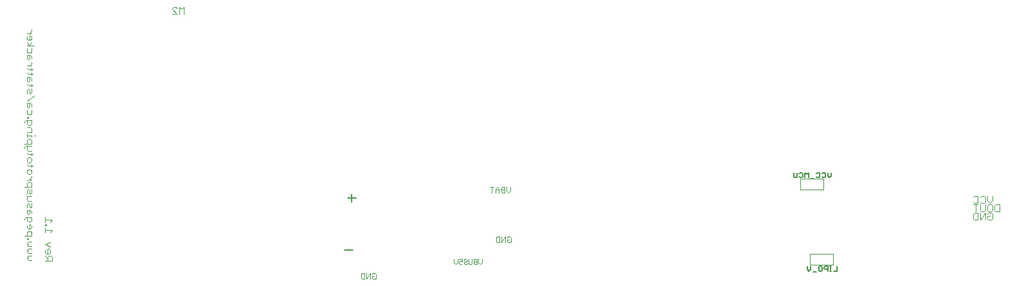
<source format=gbr>
G04 EAGLE Gerber RS-274X export*
G75*
%MOMM*%
%FSLAX34Y34*%
%LPD*%
%INSilkscreen Bottom*%
%IPPOS*%
%AMOC8*
5,1,8,0,0,1.08239X$1,22.5*%
G01*
%ADD10C,0.152400*%
%ADD11C,0.076200*%
%ADD12C,0.050800*%
%ADD13C,0.100000*%


D10*
X264718Y-246973D02*
X253871Y-246973D01*
X259295Y-241550D02*
X259295Y-252396D01*
D11*
X-162455Y-329083D02*
X-167078Y-329083D01*
X-168619Y-327543D01*
X-167078Y-326002D01*
X-168619Y-324461D01*
X-167078Y-322920D01*
X-162455Y-322920D01*
X-162455Y-319876D02*
X-167078Y-319876D01*
X-168619Y-318335D01*
X-167078Y-316794D01*
X-168619Y-315253D01*
X-167078Y-313712D01*
X-162455Y-313712D01*
X-162455Y-310668D02*
X-167078Y-310668D01*
X-168619Y-309127D01*
X-167078Y-307586D01*
X-168619Y-306045D01*
X-167078Y-304504D01*
X-162455Y-304504D01*
X-167078Y-301460D02*
X-168619Y-301460D01*
X-167078Y-301460D02*
X-167078Y-299919D01*
X-168619Y-299919D01*
X-168619Y-301460D01*
X-171701Y-296856D02*
X-162455Y-296856D01*
X-162455Y-292233D01*
X-163996Y-290692D01*
X-167078Y-290692D01*
X-168619Y-292233D01*
X-168619Y-296856D01*
X-168619Y-286107D02*
X-168619Y-283025D01*
X-168619Y-286107D02*
X-167078Y-287648D01*
X-163996Y-287648D01*
X-162455Y-286107D01*
X-162455Y-283025D01*
X-163996Y-281484D01*
X-165537Y-281484D01*
X-165537Y-287648D01*
X-171701Y-275358D02*
X-171701Y-273817D01*
X-170160Y-272276D01*
X-162455Y-272276D01*
X-162455Y-276899D01*
X-163996Y-278440D01*
X-167078Y-278440D01*
X-168619Y-276899D01*
X-168619Y-272276D01*
X-162455Y-267692D02*
X-162455Y-264610D01*
X-163996Y-263069D01*
X-168619Y-263069D01*
X-168619Y-267692D01*
X-167078Y-269233D01*
X-165537Y-267692D01*
X-165537Y-263069D01*
X-168619Y-260025D02*
X-168619Y-255402D01*
X-167078Y-253861D01*
X-165537Y-255402D01*
X-165537Y-258484D01*
X-163996Y-260025D01*
X-162455Y-258484D01*
X-162455Y-253861D01*
X-162455Y-250817D02*
X-167078Y-250817D01*
X-168619Y-249276D01*
X-168619Y-244653D01*
X-162455Y-244653D01*
X-168619Y-241609D02*
X-168619Y-236986D01*
X-167078Y-235445D01*
X-165537Y-236986D01*
X-165537Y-240068D01*
X-163996Y-241609D01*
X-162455Y-240068D01*
X-162455Y-235445D01*
X-162455Y-232401D02*
X-171701Y-232401D01*
X-162455Y-232401D02*
X-162455Y-227778D01*
X-163996Y-226237D01*
X-167078Y-226237D01*
X-168619Y-227778D01*
X-168619Y-232401D01*
X-168619Y-223193D02*
X-162455Y-223193D01*
X-165537Y-223193D02*
X-162455Y-220111D01*
X-162455Y-218570D01*
X-168619Y-213979D02*
X-168619Y-210897D01*
X-167078Y-209356D01*
X-163996Y-209356D01*
X-162455Y-210897D01*
X-162455Y-213979D01*
X-163996Y-215520D01*
X-167078Y-215520D01*
X-168619Y-213979D01*
X-167078Y-204771D02*
X-160914Y-204771D01*
X-167078Y-204771D02*
X-168619Y-203230D01*
X-162455Y-203230D02*
X-162455Y-206312D01*
X-168619Y-198633D02*
X-168619Y-195551D01*
X-167078Y-194010D01*
X-163996Y-194010D01*
X-162455Y-195551D01*
X-162455Y-198633D01*
X-163996Y-200174D01*
X-167078Y-200174D01*
X-168619Y-198633D01*
X-167078Y-189425D02*
X-160914Y-189425D01*
X-167078Y-189425D02*
X-168619Y-187884D01*
X-162455Y-187884D02*
X-162455Y-190966D01*
X-162455Y-184827D02*
X-167078Y-184827D01*
X-168619Y-183286D01*
X-168619Y-178663D01*
X-170160Y-178663D02*
X-162455Y-178663D01*
X-170160Y-178663D02*
X-171701Y-180204D01*
X-171701Y-181745D01*
X-171701Y-175619D02*
X-162455Y-175619D01*
X-162455Y-170996D01*
X-163996Y-169456D01*
X-167078Y-169456D01*
X-168619Y-170996D01*
X-168619Y-175619D01*
X-162455Y-166412D02*
X-162455Y-164871D01*
X-168619Y-164871D01*
X-168619Y-166412D02*
X-168619Y-163330D01*
X-159373Y-164871D02*
X-157832Y-164871D01*
X-162455Y-160273D02*
X-168619Y-160273D01*
X-162455Y-160273D02*
X-162455Y-155650D01*
X-163996Y-154109D01*
X-168619Y-154109D01*
X-171701Y-147983D02*
X-171701Y-146442D01*
X-170160Y-144901D01*
X-162455Y-144901D01*
X-162455Y-149524D01*
X-163996Y-151065D01*
X-167078Y-151065D01*
X-168619Y-149524D01*
X-168619Y-144901D01*
X-168619Y-141857D02*
X-167078Y-141857D01*
X-167078Y-140316D01*
X-168619Y-140316D01*
X-168619Y-141857D01*
X-162455Y-135712D02*
X-162455Y-131090D01*
X-162455Y-135712D02*
X-163996Y-137253D01*
X-167078Y-137253D01*
X-168619Y-135712D01*
X-168619Y-131090D01*
X-162455Y-126505D02*
X-162455Y-123423D01*
X-163996Y-121882D01*
X-168619Y-121882D01*
X-168619Y-126505D01*
X-167078Y-128046D01*
X-165537Y-126505D01*
X-165537Y-121882D01*
X-168619Y-118838D02*
X-159373Y-112674D01*
X-168619Y-109630D02*
X-168619Y-105007D01*
X-167078Y-103466D01*
X-165537Y-105007D01*
X-165537Y-108089D01*
X-163996Y-109630D01*
X-162455Y-108089D01*
X-162455Y-103466D01*
X-160914Y-98881D02*
X-167078Y-98881D01*
X-168619Y-97340D01*
X-162455Y-97340D02*
X-162455Y-100422D01*
X-162455Y-92743D02*
X-162455Y-89661D01*
X-163996Y-88120D01*
X-168619Y-88120D01*
X-168619Y-92743D01*
X-167078Y-94283D01*
X-165537Y-92743D01*
X-165537Y-88120D01*
X-167078Y-83535D02*
X-160914Y-83535D01*
X-167078Y-83535D02*
X-168619Y-81994D01*
X-162455Y-81994D02*
X-162455Y-85076D01*
X-160914Y-77396D02*
X-167078Y-77396D01*
X-168619Y-75855D01*
X-162455Y-75855D02*
X-162455Y-78937D01*
X-162455Y-72799D02*
X-168619Y-72799D01*
X-165537Y-72799D02*
X-162455Y-69717D01*
X-162455Y-68176D01*
X-162455Y-63584D02*
X-162455Y-60502D01*
X-163996Y-58961D01*
X-168619Y-58961D01*
X-168619Y-63584D01*
X-167078Y-65125D01*
X-165537Y-63584D01*
X-165537Y-58961D01*
X-162455Y-54376D02*
X-162455Y-49754D01*
X-162455Y-54376D02*
X-163996Y-55917D01*
X-167078Y-55917D01*
X-168619Y-54376D01*
X-168619Y-49754D01*
X-168619Y-46710D02*
X-159373Y-46710D01*
X-165537Y-46710D02*
X-168619Y-42087D01*
X-165537Y-46710D02*
X-162455Y-42087D01*
X-168619Y-37495D02*
X-168619Y-34413D01*
X-168619Y-37495D02*
X-167078Y-39036D01*
X-163996Y-39036D01*
X-162455Y-37495D01*
X-162455Y-34413D01*
X-163996Y-32872D01*
X-165537Y-32872D01*
X-165537Y-39036D01*
X-168619Y-29829D02*
X-162455Y-29829D01*
X-165537Y-29829D02*
X-162455Y-26747D01*
X-162455Y-25206D01*
X-144619Y-329619D02*
X-135373Y-329619D01*
X-135373Y-324996D01*
X-136914Y-323455D01*
X-139996Y-323455D01*
X-141537Y-324996D01*
X-141537Y-329619D01*
X-141537Y-326537D02*
X-144619Y-323455D01*
X-144619Y-318870D02*
X-144619Y-315788D01*
X-144619Y-318870D02*
X-143078Y-320411D01*
X-139996Y-320411D01*
X-138455Y-318870D01*
X-138455Y-315788D01*
X-139996Y-314247D01*
X-141537Y-314247D01*
X-141537Y-320411D01*
X-138455Y-311203D02*
X-144619Y-308121D01*
X-138455Y-305039D01*
X-138455Y-292788D02*
X-135373Y-289706D01*
X-144619Y-289706D01*
X-144619Y-292788D02*
X-144619Y-286624D01*
X-144619Y-283580D02*
X-143078Y-283580D01*
X-143078Y-282039D01*
X-144619Y-282039D01*
X-144619Y-283580D01*
X-138455Y-278976D02*
X-135373Y-275894D01*
X-144619Y-275894D01*
X-144619Y-278976D02*
X-144619Y-272812D01*
D10*
X249391Y-315993D02*
X260238Y-315993D01*
D11*
X467879Y-237584D02*
X467879Y-232755D01*
X467879Y-237584D02*
X465464Y-239999D01*
X463050Y-237584D01*
X463050Y-232755D01*
X460513Y-232755D02*
X460513Y-239999D01*
X460513Y-232755D02*
X456891Y-232755D01*
X455683Y-233962D01*
X455683Y-235170D01*
X456891Y-236377D01*
X455683Y-237584D01*
X455683Y-238792D01*
X456891Y-239999D01*
X460513Y-239999D01*
X460513Y-236377D02*
X456891Y-236377D01*
X453146Y-235170D02*
X453146Y-239999D01*
X453146Y-235170D02*
X450732Y-232755D01*
X448317Y-235170D01*
X448317Y-239999D01*
X448317Y-236377D02*
X453146Y-236377D01*
X443365Y-239999D02*
X443365Y-232755D01*
X440951Y-232755D02*
X445780Y-232755D01*
D12*
X430446Y-327788D02*
X430446Y-332120D01*
X428280Y-334286D01*
X426114Y-332120D01*
X426114Y-327788D01*
X424001Y-327788D02*
X424001Y-334286D01*
X424001Y-327788D02*
X420752Y-327788D01*
X419669Y-328871D01*
X419669Y-329954D01*
X420752Y-331037D01*
X419669Y-332120D01*
X419669Y-333203D01*
X420752Y-334286D01*
X424001Y-334286D01*
X424001Y-331037D02*
X420752Y-331037D01*
X417555Y-333203D02*
X417555Y-327788D01*
X417555Y-333203D02*
X416472Y-334286D01*
X414306Y-334286D01*
X413223Y-333203D01*
X413223Y-327788D01*
X407861Y-327788D02*
X406778Y-328871D01*
X407861Y-327788D02*
X410027Y-327788D01*
X411110Y-328871D01*
X411110Y-329954D01*
X410027Y-331037D01*
X407861Y-331037D01*
X406778Y-332120D01*
X406778Y-333203D01*
X407861Y-334286D01*
X410027Y-334286D01*
X411110Y-333203D01*
X404664Y-327788D02*
X400332Y-327788D01*
X404664Y-327788D02*
X404664Y-331037D01*
X402498Y-329954D01*
X401415Y-329954D01*
X400332Y-331037D01*
X400332Y-333203D01*
X401415Y-334286D01*
X403581Y-334286D01*
X404664Y-333203D01*
X398219Y-332120D02*
X398219Y-327788D01*
X398219Y-332120D02*
X396053Y-334286D01*
X393887Y-332120D01*
X393887Y-327788D01*
D11*
X287177Y-346375D02*
X285970Y-347582D01*
X287177Y-346375D02*
X289592Y-346375D01*
X290799Y-347582D01*
X290799Y-352412D01*
X289592Y-353619D01*
X287177Y-353619D01*
X285970Y-352412D01*
X285970Y-349997D01*
X288384Y-349997D01*
X283433Y-353619D02*
X283433Y-346375D01*
X278603Y-353619D01*
X278603Y-346375D01*
X276066Y-346375D02*
X276066Y-353619D01*
X272444Y-353619D01*
X271237Y-352412D01*
X271237Y-347582D01*
X272444Y-346375D01*
X276066Y-346375D01*
X463770Y-299322D02*
X464977Y-298115D01*
X467392Y-298115D01*
X468599Y-299322D01*
X468599Y-304152D01*
X467392Y-305359D01*
X464977Y-305359D01*
X463770Y-304152D01*
X463770Y-301737D01*
X466184Y-301737D01*
X461233Y-305359D02*
X461233Y-298115D01*
X456403Y-305359D01*
X456403Y-298115D01*
X453866Y-298115D02*
X453866Y-305359D01*
X450244Y-305359D01*
X449037Y-304152D01*
X449037Y-299322D01*
X450244Y-298115D01*
X453866Y-298115D01*
X1102685Y-250564D02*
X1102685Y-244293D01*
X1102685Y-250564D02*
X1099549Y-253699D01*
X1096414Y-250564D01*
X1096414Y-244293D01*
X1088626Y-244293D02*
X1087059Y-245861D01*
X1088626Y-244293D02*
X1091762Y-244293D01*
X1093329Y-245861D01*
X1093329Y-252131D01*
X1091762Y-253699D01*
X1088626Y-253699D01*
X1087059Y-252131D01*
X1079271Y-244293D02*
X1077704Y-245861D01*
X1079271Y-244293D02*
X1082407Y-244293D01*
X1083974Y-245861D01*
X1083974Y-252131D01*
X1082407Y-253699D01*
X1079271Y-253699D01*
X1077704Y-252131D01*
X1112040Y-255293D02*
X1112040Y-264699D01*
X1107337Y-264699D01*
X1105769Y-263131D01*
X1105769Y-256861D01*
X1107337Y-255293D01*
X1112040Y-255293D01*
X1101117Y-255293D02*
X1097982Y-255293D01*
X1101117Y-255293D02*
X1102685Y-256861D01*
X1102685Y-263131D01*
X1101117Y-264699D01*
X1097982Y-264699D01*
X1096414Y-263131D01*
X1096414Y-256861D01*
X1097982Y-255293D01*
X1093329Y-255293D02*
X1093329Y-263131D01*
X1091762Y-264699D01*
X1088626Y-264699D01*
X1087059Y-263131D01*
X1087059Y-255293D01*
X1080839Y-255293D02*
X1080839Y-264699D01*
X1083974Y-255293D02*
X1077704Y-255293D01*
X1096414Y-267861D02*
X1097982Y-266293D01*
X1101117Y-266293D01*
X1102685Y-267861D01*
X1102685Y-274131D01*
X1101117Y-275699D01*
X1097982Y-275699D01*
X1096414Y-274131D01*
X1096414Y-270996D01*
X1099549Y-270996D01*
X1093329Y-275699D02*
X1093329Y-266293D01*
X1087059Y-275699D01*
X1087059Y-266293D01*
X1083974Y-266293D02*
X1083974Y-275699D01*
X1079271Y-275699D01*
X1077704Y-274131D01*
X1077704Y-267861D01*
X1079271Y-266293D01*
X1083974Y-266293D01*
X38329Y-4699D02*
X38329Y4707D01*
X35194Y1572D01*
X32059Y4707D01*
X32059Y-4699D01*
X28974Y-4699D02*
X22704Y-4699D01*
X28974Y-4699D02*
X22704Y1572D01*
X22704Y3139D01*
X24271Y4707D01*
X27407Y4707D01*
X28974Y3139D01*
D13*
X863000Y-335000D02*
X893000Y-335000D01*
X893000Y-321000D01*
X863000Y-321000D01*
X863000Y-335000D01*
D10*
X898443Y-336756D02*
X898443Y-343366D01*
X894037Y-343366D01*
X890959Y-343366D02*
X888756Y-343366D01*
X889857Y-343366D02*
X889857Y-336756D01*
X888756Y-336756D02*
X890959Y-336756D01*
X885970Y-336756D02*
X885970Y-343366D01*
X885970Y-336756D02*
X882665Y-336756D01*
X881563Y-337858D01*
X881563Y-340061D01*
X882665Y-341163D01*
X885970Y-341163D01*
X877384Y-336756D02*
X875181Y-336756D01*
X877384Y-336756D02*
X878485Y-337858D01*
X878485Y-342264D01*
X877384Y-343366D01*
X875181Y-343366D01*
X874079Y-342264D01*
X874079Y-337858D01*
X875181Y-336756D01*
X871001Y-344468D02*
X866595Y-344468D01*
X863517Y-341163D02*
X863517Y-336756D01*
X863517Y-341163D02*
X861314Y-343366D01*
X859111Y-341163D01*
X859111Y-336756D01*
D13*
X850000Y-222000D02*
X880000Y-222000D01*
X850000Y-222000D02*
X850000Y-236000D01*
X880000Y-236000D01*
X880000Y-222000D01*
D10*
X890433Y-218035D02*
X890433Y-213628D01*
X890433Y-218035D02*
X888229Y-220238D01*
X886026Y-218035D01*
X886026Y-213628D01*
X879644Y-213628D02*
X878542Y-214730D01*
X879644Y-213628D02*
X881847Y-213628D01*
X882948Y-214730D01*
X882948Y-219136D01*
X881847Y-220238D01*
X879644Y-220238D01*
X878542Y-219136D01*
X872159Y-213628D02*
X871058Y-214730D01*
X872159Y-213628D02*
X874363Y-213628D01*
X875464Y-214730D01*
X875464Y-219136D01*
X874363Y-220238D01*
X872159Y-220238D01*
X871058Y-219136D01*
X867980Y-221340D02*
X863574Y-221340D01*
X860496Y-220238D02*
X860496Y-213628D01*
X858293Y-215832D01*
X856090Y-213628D01*
X856090Y-220238D01*
X849707Y-213628D02*
X848605Y-214730D01*
X849707Y-213628D02*
X851910Y-213628D01*
X853012Y-214730D01*
X853012Y-219136D01*
X851910Y-220238D01*
X849707Y-220238D01*
X848605Y-219136D01*
X845528Y-219136D02*
X845528Y-213628D01*
X845528Y-219136D02*
X844426Y-220238D01*
X842223Y-220238D01*
X841121Y-219136D01*
X841121Y-213628D01*
M02*

</source>
